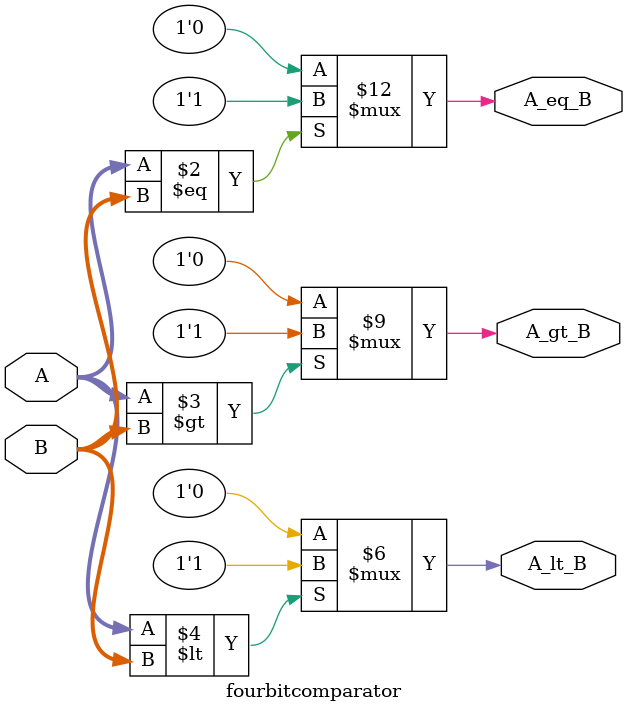
<source format=v>
module fourbitcomparator(
  input [3:0]A,
  input [3:0]B,
  output reg A_eq_B,A_gt_B,A_lt_B
);

always @(*) begin
 //default values
     A_eq_B=0;
     A_gt_B=0;
     A_lt_B=0;
 if (A==B) begin
     A_eq_B=1;
 end
 if (A>B) begin
     A_gt_B=1;
 end
 if (A<B) begin
     A_lt_B=1;
 end
end
endmodule

 

</source>
